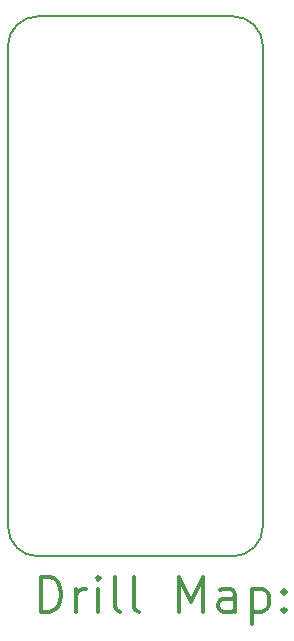
<source format=gbr>
%FSLAX45Y45*%
G04 Gerber Fmt 4.5, Leading zero omitted, Abs format (unit mm)*
G04 Created by KiCad (PCBNEW 5.0.1) date Sat 17 Nov 2018 00:40:31 AEDT*
%MOMM*%
%LPD*%
G01*
G04 APERTURE LIST*
%ADD10C,0.150000*%
%ADD11C,0.200000*%
%ADD12C,0.300000*%
G04 APERTURE END LIST*
D10*
X3048000Y-2540000D02*
X4699000Y-2540000D01*
X2794000Y-6858000D02*
X2794000Y-2794000D01*
X4699000Y-7112000D02*
X3048000Y-7112000D01*
X4953000Y-2794000D02*
X4953000Y-6858000D01*
X4953000Y-6858000D02*
G75*
G02X4699000Y-7112000I-254000J0D01*
G01*
X3048000Y-7112000D02*
G75*
G02X2794000Y-6858000I0J254000D01*
G01*
X2794000Y-2794000D02*
G75*
G02X3048000Y-2540000I254000J0D01*
G01*
X4699000Y-2540000D02*
G75*
G02X4953000Y-2794000I0J-254000D01*
G01*
D11*
D12*
X3072928Y-7585214D02*
X3072928Y-7285214D01*
X3144357Y-7285214D01*
X3187214Y-7299500D01*
X3215786Y-7328071D01*
X3230071Y-7356643D01*
X3244357Y-7413786D01*
X3244357Y-7456643D01*
X3230071Y-7513786D01*
X3215786Y-7542357D01*
X3187214Y-7570929D01*
X3144357Y-7585214D01*
X3072928Y-7585214D01*
X3372928Y-7585214D02*
X3372928Y-7385214D01*
X3372928Y-7442357D02*
X3387214Y-7413786D01*
X3401500Y-7399500D01*
X3430071Y-7385214D01*
X3458643Y-7385214D01*
X3558643Y-7585214D02*
X3558643Y-7385214D01*
X3558643Y-7285214D02*
X3544357Y-7299500D01*
X3558643Y-7313786D01*
X3572928Y-7299500D01*
X3558643Y-7285214D01*
X3558643Y-7313786D01*
X3744357Y-7585214D02*
X3715786Y-7570929D01*
X3701500Y-7542357D01*
X3701500Y-7285214D01*
X3901500Y-7585214D02*
X3872928Y-7570929D01*
X3858643Y-7542357D01*
X3858643Y-7285214D01*
X4244357Y-7585214D02*
X4244357Y-7285214D01*
X4344357Y-7499500D01*
X4444357Y-7285214D01*
X4444357Y-7585214D01*
X4715786Y-7585214D02*
X4715786Y-7428071D01*
X4701500Y-7399500D01*
X4672928Y-7385214D01*
X4615786Y-7385214D01*
X4587214Y-7399500D01*
X4715786Y-7570929D02*
X4687214Y-7585214D01*
X4615786Y-7585214D01*
X4587214Y-7570929D01*
X4572928Y-7542357D01*
X4572928Y-7513786D01*
X4587214Y-7485214D01*
X4615786Y-7470929D01*
X4687214Y-7470929D01*
X4715786Y-7456643D01*
X4858643Y-7385214D02*
X4858643Y-7685214D01*
X4858643Y-7399500D02*
X4887214Y-7385214D01*
X4944357Y-7385214D01*
X4972928Y-7399500D01*
X4987214Y-7413786D01*
X5001500Y-7442357D01*
X5001500Y-7528071D01*
X4987214Y-7556643D01*
X4972928Y-7570929D01*
X4944357Y-7585214D01*
X4887214Y-7585214D01*
X4858643Y-7570929D01*
X5130071Y-7556643D02*
X5144357Y-7570929D01*
X5130071Y-7585214D01*
X5115786Y-7570929D01*
X5130071Y-7556643D01*
X5130071Y-7585214D01*
X5130071Y-7399500D02*
X5144357Y-7413786D01*
X5130071Y-7428071D01*
X5115786Y-7413786D01*
X5130071Y-7399500D01*
X5130071Y-7428071D01*
M02*

</source>
